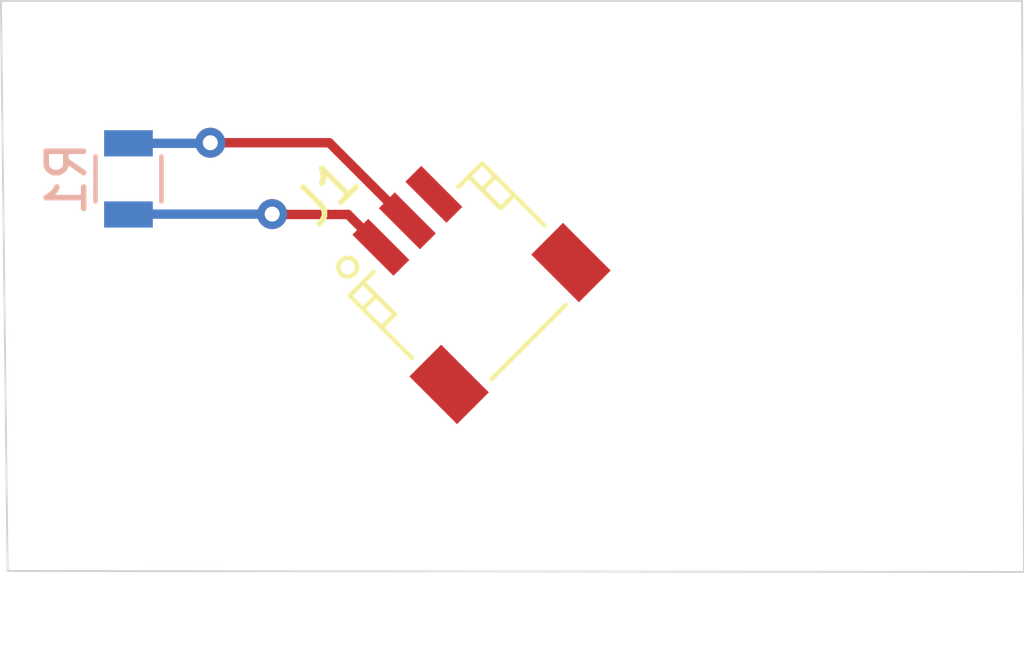
<source format=kicad_pcb>
(kicad_pcb (version 20200512) (host pcbnew "(5.99.0-1700-gd72a778f1)")

  (general
    (thickness 1.6)
    (drawings 4)
    (tracks 14)
    (modules 2)
    (nets 4)
  )

  (paper "A4")
  (layers
    (0 "F.Cu" signal)
    (31 "B.Cu" signal)
    (32 "B.Adhes" user)
    (33 "F.Adhes" user)
    (34 "B.Paste" user)
    (35 "F.Paste" user)
    (36 "B.SilkS" user)
    (37 "F.SilkS" user)
    (38 "B.Mask" user)
    (39 "F.Mask" user)
    (40 "Dwgs.User" user)
    (41 "Cmts.User" user)
    (42 "Eco1.User" user)
    (43 "Eco2.User" user)
    (44 "Edge.Cuts" user)
    (45 "Margin" user)
    (46 "B.CrtYd" user)
    (47 "F.CrtYd" user)
    (48 "B.Fab" user)
    (49 "F.Fab" user)
  )

  (setup
    (stackup
      (layer "F.SilkS" (type "Top Silk Screen"))
      (layer "F.Paste" (type "Top Solder Paste"))
      (layer "F.Mask" (type "Top Solder Mask") (color "Green") (thickness 0.01))
      (layer "F.Cu" (type "copper") (thickness 0.035))
      (layer "dielectric 1" (type "core") (thickness 1.51) (material "FR4") (epsilon_r 4.5) (loss_tangent 0.02))
      (layer "B.Cu" (type "copper") (thickness 0.035))
      (layer "B.Mask" (type "Bottom Solder Mask") (color "Green") (thickness 0.01))
      (layer "B.Paste" (type "Bottom Solder Paste"))
      (layer "B.SilkS" (type "Bottom Silk Screen"))
      (copper_finish "None")
      (dielectric_constraints no)
    )
    (last_trace_width 0.25)
    (trace_clearance 0.2)
    (zone_clearance 0.508)
    (zone_45_only no)
    (trace_min 0.2)
    (clearance_min 0.15)
    (via_min_annulus 0.05)
    (via_min_size 0.4)
    (through_hole_min 0.3)
    (via_size 0.8)
    (via_drill 0.4)
    (uvia_size 0.3)
    (uvia_drill 0.1)
    (uvias_allowed no)
    (uvia_min_size 0.2)
    (uvia_min_drill 0.1)
    (max_error 0.005)
    (defaults
      (edge_clearance 0.01)
      (edge_cuts_line_width 0.05)
      (courtyard_line_width 0.05)
      (copper_line_width 0.2)
      (copper_text_dims (size 1.5 1.5) (thickness 0.3))
      (silk_line_width 0.12)
      (silk_text_dims (size 1 1) (thickness 0.15))
      (fab_layers_line_width 0.1)
      (fab_layers_text_dims (size 1 1) (thickness 0.15))
      (other_layers_line_width 0.1)
      (other_layers_text_dims (size 1 1) (thickness 0.15))
      (dimension_units 0)
      (dimension_precision 1)
    )
    (pad_size 1.524 1.524)
    (pad_drill 0.762)
    (pad_to_mask_clearance 0.05)
    (aux_axis_origin 0 0)
    (visible_elements 7FFFFFFF)
    (pcbplotparams
      (layerselection 0x010fc_ffffffff)
      (usegerberextensions false)
      (usegerberattributes true)
      (usegerberadvancedattributes true)
      (creategerberjobfile true)
      (svguseinch false)
      (svgprecision 6)
      (excludeedgelayer true)
      (linewidth 0.100000)
      (plotframeref false)
      (viasonmask false)
      (mode 1)
      (useauxorigin false)
      (hpglpennumber 1)
      (hpglpenspeed 20)
      (hpglpendiameter 15.000000)
      (psnegative false)
      (psa4output false)
      (plotreference true)
      (plotvalue true)
      (plotinvisibletext false)
      (sketchpadsonfab false)
      (subtractmaskfromsilk false)
      (outputformat 1)
      (mirror false)
      (drillshape 1)
      (scaleselection 1)
      (outputdirectory "")
    )
  )

  (net 0 "")
  (net 1 "Net-(J1-Pad1)")
  (net 2 "Net-(J1-Pad2)")
  (net 3 "Net-(J1-Pad3)")

  (net_class "Default" "This is the default net class."
    (clearance 0.2)
    (trace_width 0.25)
    (via_dia 0.8)
    (via_drill 0.4)
    (uvia_dia 0.3)
    (uvia_drill 0.1)
    (add_net "Net-(J1-Pad1)")
    (add_net "Net-(J1-Pad2)")
    (add_net "Net-(J1-Pad3)")
  )

  (module "Resistors_SMD:R_0805" (layer "B.Cu") (tedit 58E0A804) (tstamp 3461ae3d-9a09-475a-b78b-3f772cd40bd8)
    (at 120.6246 66.2432 -90)
    (descr "Resistor SMD 0805, reflow soldering, Vishay (see dcrcw.pdf)")
    (tags "resistor 0805")
    (path "/c6c78989-e8f2-4abf-a6f7-7545bc8c1e66")
    (attr smd)
    (fp_text reference "R1" (at 0 1.65 -90) (layer "B.SilkS")
      (effects (font (size 1 1) (thickness 0.15)) (justify mirror))
    )
    (fp_text value "R" (at 0 -1.75 -90) (layer "B.Fab")
      (effects (font (size 1 1) (thickness 0.15)) (justify mirror))
    )
    (fp_text user "${REFERENCE}" (at 0 0 -90) (layer "B.Fab")
      (effects (font (size 0.5 0.5) (thickness 0.075)) (justify mirror))
    )
    (fp_line (start -1 -0.62) (end -1 0.62) (layer "B.Fab") (width 0.1))
    (fp_line (start 1 -0.62) (end -1 -0.62) (layer "B.Fab") (width 0.1))
    (fp_line (start 1 0.62) (end 1 -0.62) (layer "B.Fab") (width 0.1))
    (fp_line (start -1 0.62) (end 1 0.62) (layer "B.Fab") (width 0.1))
    (fp_line (start 0.6 -0.88) (end -0.6 -0.88) (layer "B.SilkS") (width 0.12))
    (fp_line (start -0.6 0.88) (end 0.6 0.88) (layer "B.SilkS") (width 0.12))
    (fp_line (start -1.55 0.9) (end 1.55 0.9) (layer "B.CrtYd") (width 0.05))
    (fp_line (start -1.55 0.9) (end -1.55 -0.9) (layer "B.CrtYd") (width 0.05))
    (fp_line (start 1.55 -0.9) (end 1.55 0.9) (layer "B.CrtYd") (width 0.05))
    (fp_line (start 1.55 -0.9) (end -1.55 -0.9) (layer "B.CrtYd") (width 0.05))
    (pad "1" smd rect (at -0.95 0 270) (size 0.7 1.3) (layers "B.Cu" "B.Paste" "B.Mask")
      (net 2 "Net-(J1-Pad2)") (tstamp 90f73341-fd35-4de5-811f-b9b78b7d229a))
    (pad "2" smd rect (at 0.95 0 270) (size 0.7 1.3) (layers "B.Cu" "B.Paste" "B.Mask")
      (net 1 "Net-(J1-Pad1)") (tstamp 47920df1-0b43-4346-93df-a8b91e0462ad))
    (model "${KISYS3DMOD}/Resistors_SMD.3dshapes/R_0805.wrl"
      (at (xyz 0 0 0))
      (scale (xyz 1 1 1))
      (rotate (xyz 0 0 0))
    )
  )

  (module "Connectors_JST:JST_SH_SM03B-SRSS-TB_03x1.00mm_Angled" (layer "F.Cu") (tedit 56B07436) (tstamp f857536b-311d-42f4-b594-3442deba239a)
    (at 129.4384 68.7324 45)
    (descr "http://www.jst-mfg.com/product/pdf/eng/eSH.pdf")
    (tags "connector jst sh")
    (path "/c9eee9ba-3bcb-475c-9e6f-0d52e9a7040e")
    (attr smd)
    (fp_text reference "J1" (at -1 -4 45) (layer "F.SilkS")
      (effects (font (size 1 1) (thickness 0.15)))
    )
    (fp_text value "Conn_01x03_MountingPin" (at 0 4.5 45) (layer "F.Fab")
      (effects (font (size 1 1) (thickness 0.15)))
    )
    (fp_circle (center -2 -2.1875) (end -1.75 -2.1875) (layer "F.SilkS") (width 0.12))
    (fp_line (start -1.4 2.6375) (end 1.4 2.6375) (layer "F.SilkS") (width 0.12))
    (fp_line (start -2.5 0.7375) (end -2.5 -1.6125) (layer "F.SilkS") (width 0.12))
    (fp_line (start -2.5 -1.6125) (end -1.6 -1.6125) (layer "F.SilkS") (width 0.12))
    (fp_line (start -2 -1.6125) (end -2 -0.4125) (layer "F.SilkS") (width 0.12))
    (fp_line (start -2 -0.4125) (end -2 -0.4125) (layer "F.SilkS") (width 0.12))
    (fp_line (start -2 -0.4125) (end -2 -1.6125) (layer "F.SilkS") (width 0.12))
    (fp_line (start -2 -1.6125) (end -2 -1.6125) (layer "F.SilkS") (width 0.12))
    (fp_line (start -2 -1.1125) (end -2 -1.1125) (layer "F.SilkS") (width 0.12))
    (fp_line (start -2 -1.1125) (end -2.5 -1.1125) (layer "F.SilkS") (width 0.12))
    (fp_line (start -2.5 -1.1125) (end -2.5 -1.1125) (layer "F.SilkS") (width 0.12))
    (fp_line (start -2.5 -1.1125) (end -2 -1.1125) (layer "F.SilkS") (width 0.12))
    (fp_line (start -2 -0.4125) (end -2 -0.4125) (layer "F.SilkS") (width 0.12))
    (fp_line (start -2 -0.4125) (end -2.5 -0.4125) (layer "F.SilkS") (width 0.12))
    (fp_line (start -2.5 -0.4125) (end -2.5 -0.4125) (layer "F.SilkS") (width 0.12))
    (fp_line (start -2.5 -0.4125) (end -2 -0.4125) (layer "F.SilkS") (width 0.12))
    (fp_line (start 2.5 0.7375) (end 2.5 -1.6125) (layer "F.SilkS") (width 0.12))
    (fp_line (start 2.5 -1.6125) (end 1.6 -1.6125) (layer "F.SilkS") (width 0.12))
    (fp_line (start 2 -1.6125) (end 2 -0.4125) (layer "F.SilkS") (width 0.12))
    (fp_line (start 2 -0.4125) (end 2 -0.4125) (layer "F.SilkS") (width 0.12))
    (fp_line (start 2 -0.4125) (end 2 -1.6125) (layer "F.SilkS") (width 0.12))
    (fp_line (start 2 -1.6125) (end 2 -1.6125) (layer "F.SilkS") (width 0.12))
    (fp_line (start 2 -1.1125) (end 2 -1.1125) (layer "F.SilkS") (width 0.12))
    (fp_line (start 2 -1.1125) (end 2.5 -1.1125) (layer "F.SilkS") (width 0.12))
    (fp_line (start 2.5 -1.1125) (end 2.5 -1.1125) (layer "F.SilkS") (width 0.12))
    (fp_line (start 2.5 -1.1125) (end 2 -1.1125) (layer "F.SilkS") (width 0.12))
    (fp_line (start 2 -0.4125) (end 2 -0.4125) (layer "F.SilkS") (width 0.12))
    (fp_line (start 2 -0.4125) (end 2.5 -0.4125) (layer "F.SilkS") (width 0.12))
    (fp_line (start 2.5 -0.4125) (end 2.5 -0.4125) (layer "F.SilkS") (width 0.12))
    (fp_line (start 2.5 -0.4125) (end 2 -0.4125) (layer "F.SilkS") (width 0.12))
    (fp_line (start -3.4 3.35) (end -3.4 -3.25) (layer "F.CrtYd") (width 0.05))
    (fp_line (start -3.4 -3.25) (end 3.4 -3.25) (layer "F.CrtYd") (width 0.05))
    (fp_line (start 3.4 -3.25) (end 3.4 3.35) (layer "F.CrtYd") (width 0.05))
    (fp_line (start 3.4 3.35) (end -3.4 3.35) (layer "F.CrtYd") (width 0.05))
    (pad "1" smd rect (at -1 -1.9375 45) (size 0.6 1.55) (layers "F.Cu" "F.Paste" "F.Mask")
      (net 1 "Net-(J1-Pad1)") (pinfunction "Pin_1") (tstamp 099c08a9-a815-4ce0-9362-538d726d9c02))
    (pad "2" smd rect (at 0 -1.9375 45) (size 0.6 1.55) (layers "F.Cu" "F.Paste" "F.Mask")
      (net 2 "Net-(J1-Pad2)") (pinfunction "Pin_2") (tstamp 1cf0402d-16ac-4394-a2bd-5110d5319b10))
    (pad "3" smd rect (at 1 -1.9375 45) (size 0.6 1.55) (layers "F.Cu" "F.Paste" "F.Mask")
      (net 3 "Net-(J1-Pad3)") (pinfunction "Pin_3") (tstamp d787d991-8b10-43a9-bda8-a84559d3dc5e))
    (pad "" smd rect (at -2.3 1.9375 45) (size 1.2 1.8) (layers "F.Cu" "F.Paste" "F.Mask") (tstamp cbfaecaf-5ba8-4cbb-9cfa-cbddd3860580))
    (pad "" smd rect (at 2.3 1.9375 45) (size 1.2 1.8) (layers "F.Cu" "F.Paste" "F.Mask") (tstamp e42e1bc3-504c-4630-a5aa-7fd2d9ffd69c))
  )

  (gr_line (start 117.3988 76.708) (end 117.221 61.4934) (layer "Edge.Cuts") (width 0.05) (tstamp a78f509c-e1b9-49ba-b3bc-521279981534))
  (gr_line (start 144.526 76.7334) (end 117.3988 76.708) (layer "Edge.Cuts") (width 0.05) (tstamp 1af6783c-0a42-45b6-abd7-0e08b693db24))
  (gr_line (start 144.4752 61.4934) (end 144.526 76.7334) (layer "Edge.Cuts") (width 0.05) (tstamp 960d3bc1-a0ab-4fa3-a303-ae1d5a790b4e))
  (gr_line (start 117.221 61.4934) (end 144.4752 61.4934) (layer "Edge.Cuts") (width 0.05) (tstamp cad22098-0b03-4042-9a5c-03067b33df4d))

  (via (at 124.46 67.183) (size 0.8) (drill 0.4) (layers "F.Cu" "B.Cu") (net 1) (tstamp 7b7eb598-0a34-4575-82d5-4d2df1fe2e26))
  (segment (start 124.46 67.183) (end 120.6348 67.183) (width 0.25) (layer "B.Cu") (net 1) (tstamp b716ea7e-5437-4b8d-8adf-5979da4797b9))
  (segment (start 124.4702 67.1932) (end 124.46 67.183) (width 0.25) (layer "F.Cu") (net 1) (tstamp 1f4cc5f0-d4f2-4f12-a730-002967d6caba))
  (segment (start 126.484987 67.1932) (end 124.4702 67.1932) (width 0.25) (layer "F.Cu") (net 1) (tstamp ac60baa0-d37f-46b7-9bfd-03e838b95ff8))
  (segment (start 120.6348 67.183) (end 120.6246 67.1932) (width 0.25) (layer "B.Cu") (net 1) (tstamp 053efa3b-b9a1-4cf2-81fd-d147958ee55d))
  (segment (start 122.6972 65.2932) (end 122.7124 65.278) (width 0.25) (layer "B.Cu") (net 2) (tstamp 8c3c3ad4-2e40-4f60-8fe5-e54ba27216a3))
  (segment (start 120.6246 65.2932) (end 122.6972 65.2932) (width 0.25) (layer "B.Cu") (net 2) (tstamp 55d4b264-ae4c-4659-850b-136c1131f417))
  (segment (start 122.809 65.278) (end 125.984 65.278) (width 0.25) (layer "F.Cu") (net 2) (tstamp 1b5d08ed-ff43-4c82-838f-e6a90263c9e3))
  (segment (start 122.7124 65.278) (end 122.809 65.278) (width 0.25) (layer "B.Cu") (net 2) (tstamp b5e28421-7f90-4270-b58e-80ea4c4ea4a7))
  (via (at 122.809 65.278) (size 0.8) (drill 0.4) (layers "F.Cu" "B.Cu") (net 2) (tstamp 72763d28-3414-4cb5-bb01-a5c4893d09aa))
  (segment (start 125.984 65.278) (end 125.9992 65.2932) (width 0.25) (layer "F.Cu") (net 2) (tstamp 031e06b2-25e2-4767-9f44-bb8f03d23c74))
  (segment (start 126.4768 67.1932) (end 126.484987 67.1932) (width 0.25) (layer "F.Cu") (net 1) (tstamp a8f164c7-3d2a-426f-800b-6816271944cc))
  (segment (start 126.484987 67.1932) (end 127.361274 68.069487) (width 0.25) (layer "F.Cu") (net 1) (tstamp 59eb23d6-d62d-41f2-906e-00448418d1b2))
  (segment (start 125.9992 65.2932) (end 127.5842 66.8782) (width 0.25) (layer "F.Cu") (net 2) (tstamp 998f5b2f-974e-461a-af95-91a3471df90b))

)

</source>
